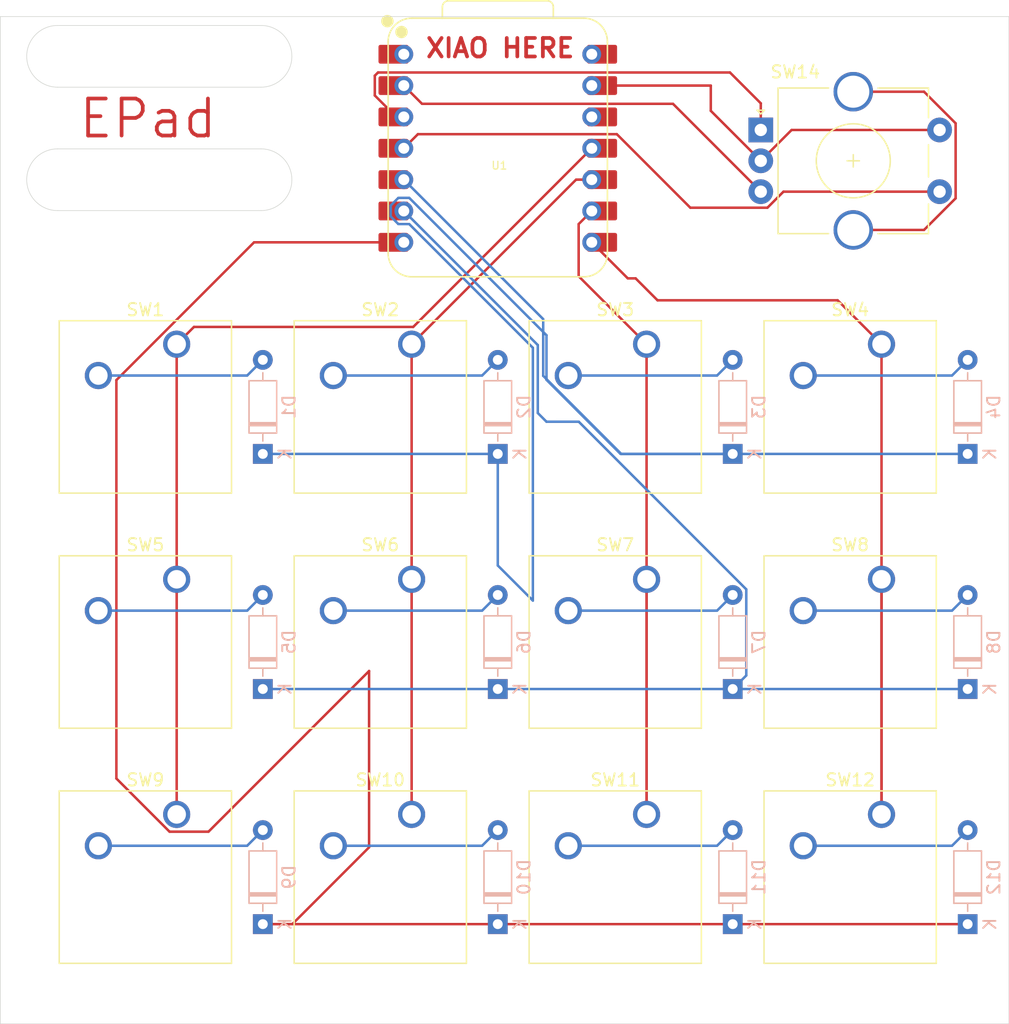
<source format=kicad_pcb>
(kicad_pcb (version 20240108) (generator "pcbnew") (generator_version "8.0")
  (layers (0 "F.Cu" signal) (31 "B.Cu" signal) (34 "B.Paste" user) (35 "F.Paste" user) (36 "B.SilkS" user "B.Silkscreen") (37 "F.SilkS" user "F.Silkscreen") (38 "B.Mask" user) (39 "F.Mask" user) (44 "Edge.Cuts" user))
  (net 0 "")
  (net 1 "Net-(D1-K)")
  (net 2 "Net-(D1-A)")
  (net 3 "Net-(D2-A)")
  (net 4 "Net-(D3-A)")
  (net 5 "Net-(D4-A)")
  (net 6 "Net-(D5-A)")
  (net 7 "Net-(D5-K)")
  (net 8 "Net-(D6-A)")
  (net 9 "Net-(D7-A)")
  (net 10 "Net-(D8-A)")
  (net 11 "Net-(D9-A)")
  (net 12 "Net-(D10-K)")
  (net 13 "Net-(D10-A)")
  (net 14 "Net-(D11-A)")
  (net 15 "Net-(D12-A)")
  (net 16 "Net-(U1-GPIO3{slash}MOSI)")
  (net 17 "Net-(U1-GPIO4{slash}MISO)")
  (net 18 "Net-(U1-GPIO2{slash}SCK)")
  (net 19 "Net-(U1-GPIO1{slash}RX)")
  (net 20 "Net-(U1-GPIO29{slash}ADC3{slash}A3)")
  (net 21 "GND")
  (net 22 "Net-(U1-GPIO28{slash}ADC2{slash}A2)")
  (net 23 "Net-(U1-GPIO27{slash}ADC1{slash}A1)")
  (net 24 "+3.3V")
  (net 25 "+5V")
  (net 27 "unconnected-(SW14-PadMP)")
  (footprint "Button_Switch_Keyboard:SW_Cherry_MX_1.00u_PCB" (layer "F.Cu") (at 257.81 87.376)
    (property "Reference" "SW8" (at -2.54 -2.794 0) (layer "F.SilkS"))
    (property "Value" "SW_Push")
    (fp_line (start -9.525 -1.905) (end 4.445 -1.905) (stroke (width 0.12)) (layer "F.SilkS"))
    (fp_line (start -9.525 12.065) (end -9.525 -1.905) (stroke (width 0.12)) (layer "F.SilkS"))
    (fp_line (start 4.445 -1.905) (end 4.445 12.065) (stroke (width 0.12)) (layer "F.SilkS"))
    (fp_line (start 4.445 12.065) (end -9.525 12.065) (stroke (width 0.12)) (layer "F.SilkS"))
    (pad "" np_thru_hole circle (at -7.62 5.08) (size 1.7 1.7) (drill 1.7) (layers "*.Cu" "*.Mask"))
    (pad "" np_thru_hole circle (at -2.54 5.08) (size 4 4) (drill 4) (layers "*.Cu" "*.Mask"))
    (pad "" np_thru_hole circle (at 2.54 5.08) (size 1.7 1.7) (drill 1.7) (layers "*.Cu" "*.Mask"))
    (pad "1" thru_hole circle (at 0 0) (size 2.2 2.2) (drill 1.5) (layers "*.Cu" "*.Mask") (net 19 "Net-(U1-GPIO1{slash}RX)"))
    (pad "2" thru_hole circle (at -6.35 2.54) (size 2.2 2.2) (drill 1.5) (layers "*.Cu" "*.Mask") (net 10 "Net-(D8-A)"))
  )
  (footprint "Rotary_Encoder:RotaryEncoder_Alps_EC11E-Switch_Vertical_H20mm_CircularMountingHoles" (layer "F.Cu") (at 248.02 50.967)
    (property "Reference" "SW14" (at 2.8 -4.7 0) (layer "F.SilkS"))
    (property "Value" "RotaryEncoder_Switch_MP")
    (fp_line (start -0.3 -1.6) (end 0.3 -1.6) (stroke (width 0.12)) (layer "F.SilkS"))
    (fp_line (start 0 -1.3) (end -0.3 -1.6) (stroke (width 0.12)) (layer "F.SilkS"))
    (fp_line (start 0.3 -1.6) (end 0 -1.3) (stroke (width 0.12)) (layer "F.SilkS"))
    (fp_line (start 1.4 -3.4) (end 1.4 8.4) (stroke (width 0.12)) (layer "F.SilkS"))
    (fp_line (start 5.5 -3.4) (end 1.4 -3.4) (stroke (width 0.12)) (layer "F.SilkS"))
    (fp_line (start 5.5 8.4) (end 1.4 8.4) (stroke (width 0.12)) (layer "F.SilkS"))
    (fp_line (start 7 2.5) (end 8 2.5) (stroke (width 0.12)) (layer "F.SilkS"))
    (fp_line (start 7.5 2) (end 7.5 3) (stroke (width 0.12)) (layer "F.SilkS"))
    (fp_line (start 9.5 -3.4) (end 13.6 -3.4) (stroke (width 0.12)) (layer "F.SilkS"))
    (fp_line (start 13.6 -3.4) (end 13.6 -1) (stroke (width 0.12)) (layer "F.SilkS"))
    (fp_line (start 13.6 1.2) (end 13.6 3.8) (stroke (width 0.12)) (layer "F.SilkS"))
    (fp_line (start 13.6 6) (end 13.6 8.4) (stroke (width 0.12)) (layer "F.SilkS"))
    (fp_line (start 13.6 8.4) (end 9.5 8.4) (stroke (width 0.12)) (layer "F.SilkS"))
    (fp_circle (center 7.5 2.5) (end 10.5 2.5) (stroke (width 0.12)) (fill none) (layer "F.SilkS"))
    (pad "A" thru_hole rect (at 0 0) (size 2 2) (drill 1) (layers "*.Cu" "*.Mask") (net 22 "Net-(U1-GPIO28{slash}ADC2{slash}A2)"))
    (pad "B" thru_hole circle (at 0 5) (size 2 2) (drill 1) (layers "*.Cu" "*.Mask") (net 23 "Net-(U1-GPIO27{slash}ADC1{slash}A1)"))
    (pad "C" thru_hole circle (at 0 2.5) (size 2 2) (drill 1) (layers "*.Cu" "*.Mask") (net 21 "GND"))
    (pad "MP" thru_hole circle (at 7.5 -3.1) (size 3.2 3.2) (drill 2.6) (layers "*.Cu" "*.Mask") (net 27 "unconnected-(SW14-PadMP)"))
    (pad "MP" thru_hole circle (at 7.5 8.1) (size 3.2 3.2) (drill 2.6) (layers "*.Cu" "*.Mask") (net 27 "unconnected-(SW14-PadMP)"))
    (pad "S1" thru_hole circle (at 14.5 5) (size 2 2) (drill 1) (layers "*.Cu" "*.Mask") (net 20 "Net-(U1-GPIO29{slash}ADC3{slash}A3)"))
    (pad "S2" thru_hole circle (at 14.5 0) (size 2 2) (drill 1) (layers "*.Cu" "*.Mask") (net 21 "GND"))
  )
  (footprint "Button_Switch_Keyboard:SW_Cherry_MX_1.00u_PCB" (layer "F.Cu") (at 219.71 68.326)
    (property "Reference" "SW2" (at -2.54 -2.794 0) (layer "F.SilkS"))
    (property "Value" "SW_Push")
    (fp_line (start -9.525 -1.905) (end 4.445 -1.905) (stroke (width 0.12)) (layer "F.SilkS"))
    (fp_line (start -9.525 12.065) (end -9.525 -1.905) (stroke (width 0.12)) (layer "F.SilkS"))
    (fp_line (start 4.445 -1.905) (end 4.445 12.065) (stroke (width 0.12)) (layer "F.SilkS"))
    (fp_line (start 4.445 12.065) (end -9.525 12.065) (stroke (width 0.12)) (layer "F.SilkS"))
    (pad "" np_thru_hole circle (at -7.62 5.08) (size 1.7 1.7) (drill 1.7) (layers "*.Cu" "*.Mask"))
    (pad "" np_thru_hole circle (at -2.54 5.08) (size 4 4) (drill 4) (layers "*.Cu" "*.Mask"))
    (pad "" np_thru_hole circle (at 2.54 5.08) (size 1.7 1.7) (drill 1.7) (layers "*.Cu" "*.Mask"))
    (pad "1" thru_hole circle (at 0 0) (size 2.2 2.2) (drill 1.5) (layers "*.Cu" "*.Mask") (net 17 "Net-(U1-GPIO4{slash}MISO)"))
    (pad "2" thru_hole circle (at -6.35 2.54) (size 2.2 2.2) (drill 1.5) (layers "*.Cu" "*.Mask") (net 3 "Net-(D2-A)"))
  )
  (footprint "Button_Switch_Keyboard:SW_Cherry_MX_1.00u_PCB" (layer "F.Cu") (at 200.66 87.376)
    (property "Reference" "SW5" (at -2.54 -2.794 0) (layer "F.SilkS"))
    (property "Value" "SW_Push")
    (fp_line (start -9.525 -1.905) (end 4.445 -1.905) (stroke (width 0.12)) (layer "F.SilkS"))
    (fp_line (start -9.525 12.065) (end -9.525 -1.905) (stroke (width 0.12)) (layer "F.SilkS"))
    (fp_line (start 4.445 -1.905) (end 4.445 12.065) (stroke (width 0.12)) (layer "F.SilkS"))
    (fp_line (start 4.445 12.065) (end -9.525 12.065) (stroke (width 0.12)) (layer "F.SilkS"))
    (pad "" np_thru_hole circle (at -7.62 5.08) (size 1.7 1.7) (drill 1.7) (layers "*.Cu" "*.Mask"))
    (pad "" np_thru_hole circle (at -2.54 5.08) (size 4 4) (drill 4) (layers "*.Cu" "*.Mask"))
    (pad "" np_thru_hole circle (at 2.54 5.08) (size 1.7 1.7) (drill 1.7) (layers "*.Cu" "*.Mask"))
    (pad "1" thru_hole circle (at 0 0) (size 2.2 2.2) (drill 1.5) (layers "*.Cu" "*.Mask") (net 16 "Net-(U1-GPIO3{slash}MOSI)"))
    (pad "2" thru_hole circle (at -6.35 2.54) (size 2.2 2.2) (drill 1.5) (layers "*.Cu" "*.Mask") (net 6 "Net-(D5-A)"))
  )
  (footprint "Button_Switch_Keyboard:SW_Cherry_MX_1.00u_PCB" (layer "F.Cu") (at 200.66 106.426)
    (property "Reference" "SW9" (at -2.54 -2.794 0) (layer "F.SilkS"))
    (property "Value" "SW_Push")
    (fp_line (start -9.525 -1.905) (end 4.445 -1.905) (stroke (width 0.12)) (layer "F.SilkS"))
    (fp_line (start -9.525 12.065) (end -9.525 -1.905) (stroke (width 0.12)) (layer "F.SilkS"))
    (fp_line (start 4.445 -1.905) (end 4.445 12.065) (stroke (width 0.12)) (layer "F.SilkS"))
    (fp_line (start 4.445 12.065) (end -9.525 12.065) (stroke (width 0.12)) (layer "F.SilkS"))
    (pad "" np_thru_hole circle (at -7.62 5.08) (size 1.7 1.7) (drill 1.7) (layers "*.Cu" "*.Mask"))
    (pad "" np_thru_hole circle (at -2.54 5.08) (size 4 4) (drill 4) (layers "*.Cu" "*.Mask"))
    (pad "" np_thru_hole circle (at 2.54 5.08) (size 1.7 1.7) (drill 1.7) (layers "*.Cu" "*.Mask"))
    (pad "1" thru_hole circle (at 0 0) (size 2.2 2.2) (drill 1.5) (layers "*.Cu" "*.Mask") (net 16 "Net-(U1-GPIO3{slash}MOSI)"))
    (pad "2" thru_hole circle (at -6.35 2.54) (size 2.2 2.2) (drill 1.5) (layers "*.Cu" "*.Mask") (net 11 "Net-(D9-A)"))
  )
  (footprint "Button_Switch_Keyboard:SW_Cherry_MX_1.00u_PCB" (layer "F.Cu") (at 200.66 68.326)
    (property "Reference" "SW1" (at -2.54 -2.794 0) (layer "F.SilkS"))
    (property "Value" "SW_Push")
    (fp_line (start -9.525 -1.905) (end 4.445 -1.905) (stroke (width 0.12)) (layer "F.SilkS"))
    (fp_line (start -9.525 12.065) (end -9.525 -1.905) (stroke (width 0.12)) (layer "F.SilkS"))
    (fp_line (start 4.445 -1.905) (end 4.445 12.065) (stroke (width 0.12)) (layer "F.SilkS"))
    (fp_line (start 4.445 12.065) (end -9.525 12.065) (stroke (width 0.12)) (layer "F.SilkS"))
    (pad "" np_thru_hole circle (at -7.62 5.08) (size 1.7 1.7) (drill 1.7) (layers "*.Cu" "*.Mask"))
    (pad "" np_thru_hole circle (at -2.54 5.08) (size 4 4) (drill 4) (layers "*.Cu" "*.Mask"))
    (pad "" np_thru_hole circle (at 2.54 5.08) (size 1.7 1.7) (drill 1.7) (layers "*.Cu" "*.Mask"))
    (pad "1" thru_hole circle (at 0 0) (size 2.2 2.2) (drill 1.5) (layers "*.Cu" "*.Mask") (net 16 "Net-(U1-GPIO3{slash}MOSI)"))
    (pad "2" thru_hole circle (at -6.35 2.54) (size 2.2 2.2) (drill 1.5) (layers "*.Cu" "*.Mask") (net 2 "Net-(D1-A)"))
  )
  (footprint "Button_Switch_Keyboard:SW_Cherry_MX_1.00u_PCB" (layer "F.Cu") (at 219.71 106.426)
    (property "Reference" "SW10" (at -2.54 -2.794 0) (layer "F.SilkS"))
    (property "Value" "SW_Push")
    (fp_line (start -9.525 -1.905) (end 4.445 -1.905) (stroke (width 0.12)) (layer "F.SilkS"))
    (fp_line (start -9.525 12.065) (end -9.525 -1.905) (stroke (width 0.12)) (layer "F.SilkS"))
    (fp_line (start 4.445 -1.905) (end 4.445 12.065) (stroke (width 0.12)) (layer "F.SilkS"))
    (fp_line (start 4.445 12.065) (end -9.525 12.065) (stroke (width 0.12)) (layer "F.SilkS"))
    (pad "" np_thru_hole circle (at -7.62 5.08) (size 1.7 1.7) (drill 1.7) (layers "*.Cu" "*.Mask"))
    (pad "" np_thru_hole circle (at -2.54 5.08) (size 4 4) (drill 4) (layers "*.Cu" "*.Mask"))
    (pad "" np_thru_hole circle (at 2.54 5.08) (size 1.7 1.7) (drill 1.7) (layers "*.Cu" "*.Mask"))
    (pad "1" thru_hole circle (at 0 0) (size 2.2 2.2) (drill 1.5) (layers "*.Cu" "*.Mask") (net 17 "Net-(U1-GPIO4{slash}MISO)"))
    (pad "2" thru_hole circle (at -6.35 2.54) (size 2.2 2.2) (drill 1.5) (layers "*.Cu" "*.Mask") (net 13 "Net-(D10-A)"))
  )
  (footprint "Button_Switch_Keyboard:SW_Cherry_MX_1.00u_PCB" (layer "F.Cu") (at 257.81 106.426)
    (property "Reference" "SW12" (at -2.54 -2.794 0) (layer "F.SilkS"))
    (property "Value" "SW_Push")
    (fp_line (start -9.525 -1.905) (end 4.445 -1.905) (stroke (width 0.12)) (layer "F.SilkS"))
    (fp_line (start -9.525 12.065) (end -9.525 -1.905) (stroke (width 0.12)) (layer "F.SilkS"))
    (fp_line (start 4.445 -1.905) (end 4.445 12.065) (stroke (width 0.12)) (layer "F.SilkS"))
    (fp_line (start 4.445 12.065) (end -9.525 12.065) (stroke (width 0.12)) (layer "F.SilkS"))
    (pad "" np_thru_hole circle (at -7.62 5.08) (size 1.7 1.7) (drill 1.7) (layers "*.Cu" "*.Mask"))
    (pad "" np_thru_hole circle (at -2.54 5.08) (size 4 4) (drill 4) (layers "*.Cu" "*.Mask"))
    (pad "" np_thru_hole circle (at 2.54 5.08) (size 1.7 1.7) (drill 1.7) (layers "*.Cu" "*.Mask"))
    (pad "1" thru_hole circle (at 0 0) (size 2.2 2.2) (drill 1.5) (layers "*.Cu" "*.Mask") (net 19 "Net-(U1-GPIO1{slash}RX)"))
    (pad "2" thru_hole circle (at -6.35 2.54) (size 2.2 2.2) (drill 1.5) (layers "*.Cu" "*.Mask") (net 15 "Net-(D12-A)"))
  )
  (footprint "Button_Switch_Keyboard:SW_Cherry_MX_1.00u_PCB" (layer "F.Cu") (at 238.76 87.376)
    (property "Reference" "SW7" (at -2.54 -2.794 0) (layer "F.SilkS"))
    (property "Value" "SW_Push")
    (fp_line (start -9.525 -1.905) (end 4.445 -1.905) (stroke (width 0.12)) (layer "F.SilkS"))
    (fp_line (start -9.525 12.065) (end -9.525 -1.905) (stroke (width 0.12)) (layer "F.SilkS"))
    (fp_line (start 4.445 -1.905) (end 4.445 12.065) (stroke (width 0.12)) (layer "F.SilkS"))
    (fp_line (start 4.445 12.065) (end -9.525 12.065) (stroke (width 0.12)) (layer "F.SilkS"))
    (pad "" np_thru_hole circle (at -7.62 5.08) (size 1.7 1.7) (drill 1.7) (layers "*.Cu" "*.Mask"))
    (pad "" np_thru_hole circle (at -2.54 5.08) (size 4 4) (drill 4) (layers "*.Cu" "*.Mask"))
    (pad "" np_thru_hole circle (at 2.54 5.08) (size 1.7 1.7) (drill 1.7) (layers "*.Cu" "*.Mask"))
    (pad "1" thru_hole circle (at 0 0) (size 2.2 2.2) (drill 1.5) (layers "*.Cu" "*.Mask") (net 18 "Net-(U1-GPIO2{slash}SCK)"))
    (pad "2" thru_hole circle (at -6.35 2.54) (size 2.2 2.2) (drill 1.5) (layers "*.Cu" "*.Mask") (net 9 "Net-(D7-A)"))
  )
  (footprint "Button_Switch_Keyboard:SW_Cherry_MX_1.00u_PCB" (layer "F.Cu") (at 238.76 106.426)
    (property "Reference" "SW11" (at -2.54 -2.794 0) (layer "F.SilkS"))
    (property "Value" "SW_Push")
    (fp_line (start -9.525 -1.905) (end 4.445 -1.905) (stroke (width 0.12)) (layer "F.SilkS"))
    (fp_line (start -9.525 12.065) (end -9.525 -1.905) (stroke (width 0.12)) (layer "F.SilkS"))
    (fp_line (start 4.445 -1.905) (end 4.445 12.065) (stroke (width 0.12)) (layer "F.SilkS"))
    (fp_line (start 4.445 12.065) (end -9.525 12.065) (stroke (width 0.12)) (layer "F.SilkS"))
    (pad "" np_thru_hole circle (at -7.62 5.08) (size 1.7 1.7) (drill 1.7) (layers "*.Cu" "*.Mask"))
    (pad "" np_thru_hole circle (at -2.54 5.08) (size 4 4) (drill 4) (layers "*.Cu" "*.Mask"))
    (pad "" np_thru_hole circle (at 2.54 5.08) (size 1.7 1.7) (drill 1.7) (layers "*.Cu" "*.Mask"))
    (pad "1" thru_hole circle (at 0 0) (size 2.2 2.2) (drill 1.5) (layers "*.Cu" "*.Mask") (net 18 "Net-(U1-GPIO2{slash}SCK)"))
    (pad "2" thru_hole circle (at -6.35 2.54) (size 2.2 2.2) (drill 1.5) (layers "*.Cu" "*.Mask") (net 14 "Net-(D11-A)"))
  )
  (footprint "Button_Switch_Keyboard:SW_Cherry_MX_1.00u_PCB" (layer "F.Cu") (at 257.81 68.326)
    (property "Reference" "SW4" (at -2.54 -2.794 0) (layer "F.SilkS"))
    (property "Value" "SW_Push")
    (fp_line (start -9.525 -1.905) (end 4.445 -1.905) (stroke (width 0.12)) (layer "F.SilkS"))
    (fp_line (start -9.525 12.065) (end -9.525 -1.905) (stroke (width 0.12)) (layer "F.SilkS"))
    (fp_line (start 4.445 -1.905) (end 4.445 12.065) (stroke (width 0.12)) (layer "F.SilkS"))
    (fp_line (start 4.445 12.065) (end -9.525 12.065) (stroke (width 0.12)) (layer "F.SilkS"))
    (pad "" np_thru_hole circle (at -7.62 5.08) (size 1.7 1.7) (drill 1.7) (layers "*.Cu" "*.Mask"))
    (pad "" np_thru_hole circle (at -2.54 5.08) (size 4 4) (drill 4) (layers "*.Cu" "*.Mask"))
    (pad "" np_thru_hole circle (at 2.54 5.08) (size 1.7 1.7) (drill 1.7) (layers "*.Cu" "*.Mask"))
    (pad "1" thru_hole circle (at 0 0) (size 2.2 2.2) (drill 1.5) (layers "*.Cu" "*.Mask") (net 19 "Net-(U1-GPIO1{slash}RX)"))
    (pad "2" thru_hole circle (at -6.35 2.54) (size 2.2 2.2) (drill 1.5) (layers "*.Cu" "*.Mask") (net 5 "Net-(D4-A)"))
  )
  (footprint "Button_Switch_Keyboard:SW_Cherry_MX_1.00u_PCB" (layer "F.Cu") (at 219.71 87.376)
    (property "Reference" "SW6" (at -2.54 -2.794 0) (layer "F.SilkS"))
    (property "Value" "SW_Push")
    (fp_line (start -9.525 -1.905) (end 4.445 -1.905) (stroke (width 0.12)) (layer "F.SilkS"))
    (fp_line (start -9.525 12.065) (end -9.525 -1.905) (stroke (width 0.12)) (layer "F.SilkS"))
    (fp_line (start 4.445 -1.905) (end 4.445 12.065) (stroke (width 0.12)) (layer "F.SilkS"))
    (fp_line (start 4.445 12.065) (end -9.525 12.065) (stroke (width 0.12)) (layer "F.SilkS"))
    (pad "" np_thru_hole circle (at -7.62 5.08) (size 1.7 1.7) (drill 1.7) (layers "*.Cu" "*.Mask"))
    (pad "" np_thru_hole circle (at -2.54 5.08) (size 4 4) (drill 4) (layers "*.Cu" "*.Mask"))
    (pad "" np_thru_hole circle (at 2.54 5.08) (size 1.7 1.7) (drill 1.7) (layers "*.Cu" "*.Mask"))
    (pad "1" thru_hole circle (at 0 0) (size 2.2 2.2) (drill 1.5) (layers "*.Cu" "*.Mask") (net 17 "Net-(U1-GPIO4{slash}MISO)"))
    (pad "2" thru_hole circle (at -6.35 2.54) (size 2.2 2.2) (drill 1.5) (layers "*.Cu" "*.Mask") (net 8 "Net-(D6-A)"))
  )
  (footprint "Button_Switch_Keyboard:SW_Cherry_MX_1.00u_PCB" (layer "F.Cu") (at 238.76 68.326)
    (property "Reference" "SW3" (at -2.54 -2.794 0) (layer "F.SilkS"))
    (property "Value" "SW_Push")
    (fp_line (start -9.525 -1.905) (end 4.445 -1.905) (stroke (width 0.12)) (layer "F.SilkS"))
    (fp_line (start -9.525 12.065) (end -9.525 -1.905) (stroke (width 0.12)) (layer "F.SilkS"))
    (fp_line (start 4.445 -1.905) (end 4.445 12.065) (stroke (width 0.12)) (layer "F.SilkS"))
    (fp_line (start 4.445 12.065) (end -9.525 12.065) (stroke (width 0.12)) (layer "F.SilkS"))
    (pad "" np_thru_hole circle (at -7.62 5.08) (size 1.7 1.7) (drill 1.7) (layers "*.Cu" "*.Mask"))
    (pad "" np_thru_hole circle (at -2.54 5.08) (size 4 4) (drill 4) (layers "*.Cu" "*.Mask"))
    (pad "" np_thru_hole circle (at 2.54 5.08) (size 1.7 1.7) (drill 1.7) (layers "*.Cu" "*.Mask"))
    (pad "1" thru_hole circle (at 0 0) (size 2.2 2.2) (drill 1.5) (layers "*.Cu" "*.Mask") (net 18 "Net-(U1-GPIO2{slash}SCK)"))
    (pad "2" thru_hole circle (at -6.35 2.54) (size 2.2 2.2) (drill 1.5) (layers "*.Cu" "*.Mask") (net 4 "Net-(D3-A)"))
  )
  (footprint "OPL:XIAO-RP2040-DIP" (layer "F.Cu") (at 226.695 52.451)
    (property "Reference" "U1" (at 0.127 1.397 0) (layer "F.SilkS") (effects (font (size 0.635 0.635) (thickness 0.1016))))
    (property "Value" "XIAO-RP2040-DIP")
    (fp_line (start -8.89 8.509) (end -8.89 -8.636) (stroke (width 0.127)) (layer "F.SilkS"))
    (fp_line (start -6.985 10.414) (end 6.985 10.414) (stroke (width 0.127)) (layer "F.SilkS"))
    (fp_line (start -4.495 -10.541) (end -4.491272 -11.451272) (stroke (width 0.127)) (layer "F.SilkS"))
    (fp_line (start -3.991272 -11.951) (end 4.004 -11.951) (stroke (width 0.127)) (layer "F.SilkS"))
    (fp_line (start 4.504 -11.451) (end 4.504 -10.541) (stroke (width 0.127)) (layer "F.SilkS"))
    (fp_line (start 6.985 -10.541) (end -6.985 -10.541) (stroke (width 0.1)) (layer "F.SilkS"))
    (fp_line (start 6.985 -10.541) (end -6.985 -10.541) (stroke (width 0.127)) (layer "F.SilkS"))
    (fp_line (start 8.89 8.509) (end 8.89 -8.636) (stroke (width 0.127)) (layer "F.SilkS"))
    (fp_arc (start -8.89 -8.636) (mid -8.332038 -9.983038) (end -6.985 -10.541) (stroke (width 0.127)) (layer "F.SilkS"))
    (fp_arc (start -6.985 10.414) (mid -8.332038 9.856038) (end -8.89 8.509) (stroke (width 0.127)) (layer "F.SilkS"))
    (fp_arc (start -4.491272 -11.451272) (mid -4.344724 -11.804644) (end -3.991272 -11.951) (stroke (width 0.127)) (layer "F.SilkS"))
    (fp_arc (start 4.004 -11.951) (mid 4.357553 -11.804553) (end 4.504 -11.451) (stroke (width 0.127)) (layer "F.SilkS"))
    (fp_arc (start 6.985 -10.541) (mid 8.332038 -9.983038) (end 8.89 -8.636) (stroke (width 0.127)) (layer "F.SilkS"))
    (fp_arc (start 8.89 8.509) (mid 8.332038 9.856038) (end 6.985 10.414) (stroke (width 0.127)) (layer "F.SilkS"))
    (fp_circle (center -8.95 -10.3) (end -8.95 -10.554) (stroke (width 0.5)) (fill solid) (layer "F.SilkS"))
    (fp_circle (center -7.807 -9.42) (end -7.807 -9.674) (stroke (width 0.5)) (fill solid) (layer "F.SilkS"))
    (pad "1" smd roundrect (at -8.455 -7.62 180) (size 2.432 1.524) (layers "F.Cu" "F.Mask") (roundrect_rratio 0.1))
    (pad "1" thru_hole circle (at -7.62 -7.62 180) (size 1.524 1.524) (drill 0.889) (layers "*.Cu" "*.Mask"))
    (pad "2" smd roundrect (at -8.455 -5.08 180) (size 2.432 1.524) (layers "F.Cu" "F.Mask") (roundrect_rratio 0.1) (net 23 "Net-(U1-GPIO27{slash}ADC1{slash}A1)"))
    (pad "2" thru_hole circle (at -7.62 -5.08 180) (size 1.524 1.524) (drill 0.889) (layers "*.Cu" "*.Mask") (net 23 "Net-(U1-GPIO27{slash}ADC1{slash}A1)"))
    (pad "3" smd roundrect (at -8.455 -2.54 180) (size 2.432 1.524) (layers "F.Cu" "F.Mask") (roundrect_rratio 0.1) (net 22 "Net-(U1-GPIO28{slash}ADC2{slash}A2)"))
    (pad "3" thru_hole circle (at -7.62 -2.54 180) (size 1.524 1.524) (drill 0.889) (layers "*.Cu" "*.Mask") (net 22 "Net-(U1-GPIO28{slash}ADC2{slash}A2)"))
    (pad "4" smd roundrect (at -8.455 0 180) (size 2.432 1.524) (layers "F.Cu" "F.Mask") (roundrect_rratio 0.1) (net 20 "Net-(U1-GPIO29{slash}ADC3{slash}A3)"))
    (pad "4" thru_hole circle (at -7.62 0 180) (size 1.524 1.524) (drill 0.889) (layers "*.Cu" "*.Mask") (net 20 "Net-(U1-GPIO29{slash}ADC3{slash}A3)"))
    (pad "5" smd roundrect (at -8.455 2.54 180) (size 2.432 1.524) (layers "F.Cu" "F.Mask") (roundrect_rratio 0.1) (net 1 "Net-(D1-K)"))
    (pad "5" thru_hole circle (at -7.62 2.54 180) (size 1.524 1.524) (drill 0.889) (layers "*.Cu" "*.Mask") (net 1 "Net-(D1-K)"))
    (pad "6" smd roundrect (at -8.455 5.08 180) (size 2.432 1.524) (layers "F.Cu" "F.Mask") (roundrect_rratio 0.1) (net 7 "Net-(D5-K)"))
    (pad "6" thru_hole circle (at -7.62 5.08 180) (size 1.524 1.524) (drill 0.889) (layers "*.Cu" "*.Mask") (net 7 "Net-(D5-K)"))
    (pad "7" smd roundrect (at -8.455 7.62 180) (size 2.432 1.524) (layers "F.Cu" "F.Mask") (roundrect_rratio 0.1) (net 12 "Net-(D10-K)"))
    (pad "7" thru_hole circle (at -7.62 7.62 180) (size 1.524 1.524) (drill 0.889) (layers "*.Cu" "*.Mask") (net 12 "Net-(D10-K)"))
    (pad "8" thru_hole circle (at 7.62 7.62) (size 1.524 1.524) (drill 0.889) (layers "*.Cu" "*.Mask") (net 19 "Net-(U1-GPIO1{slash}RX)"))
    (pad "8" smd roundrect (at 8.455 7.62) (size 2.432 1.524) (layers "F.Cu" "F.Mask") (roundrect_rratio 0.1) (net 19 "Net-(U1-GPIO1{slash}RX)"))
    (pad "9" thru_hole circle (at 7.62 5.08) (size 1.524 1.524) (drill 0.889) (layers "*.Cu" "*.Mask") (net 18 "Net-(U1-GPIO2{slash}SCK)"))
    (pad "9" smd roundrect (at 8.455 5.08) (size 2.432 1.524) (layers "F.Cu" "F.Mask") (roundrect_rratio 0.1) (net 18 "Net-(U1-GPIO2{slash}SCK)"))
    (pad "10" thru_hole circle (at 7.62 2.54) (size 1.524 1.524) (drill 0.889) (layers "*.Cu" "*.Mask") (net 17 "Net-(U1-GPIO4{slash}MISO)"))
    (pad "10" smd roundrect (at 8.455 2.54) (size 2.432 1.524) (layers "F.Cu" "F.Mask") (roundrect_rratio 0.1) (net 17 "Net-(U1-GPIO4{slash}MISO)"))
    (pad "11" thru_hole circle (at 7.62 0) (size 1.524 1.524) (drill 0.889) (layers "*.Cu" "*.Mask") (net 16 "Net-(U1-GPIO3{slash}MOSI)"))
    (pad "11" smd roundrect (at 8.455 0) (size 2.432 1.524) (layers "F.Cu" "F.Mask") (roundrect_rratio 0.1) (net 16 "Net-(U1-GPIO3{slash}MOSI)"))
    (pad "12" thru_hole circle (at 7.62 -2.54) (size 1.524 1.524) (drill 0.889) (layers "*.Cu" "*.Mask") (net 24 "+3.3V"))
    (pad "12" smd roundrect (at 8.455 -2.54) (size 2.432 1.524) (layers "F.Cu" "F.Mask") (roundrect_rratio 0.1) (net 24 "+3.3V"))
    (pad "13" thru_hole circle (at 7.62 -5.08) (size 1.524 1.524) (drill 0.889) (layers "*.Cu" "*.Mask") (net 21 "GND"))
    (pad "13" smd roundrect (at 8.455 -5.08) (size 2.432 1.524) (layers "F.Cu" "F.Mask") (roundrect_rratio 0.1) (net 21 "GND"))
    (pad "14" thru_hole circle (at 7.62 -7.62) (size 1.524 1.524) (drill 0.889) (layers "*.Cu" "*.Mask") (net 25 "+5V"))
    (pad "14" smd roundrect (at 8.455 -7.62) (size 2.432 1.524) (layers "F.Cu" "F.Mask") (roundrect_rratio 0.1) (net 25 "+5V"))
  )
  (footprint "Diode_THT:D_DO-35_SOD27_P7.62mm_Horizontal" (layer "B.Cu") (at 226.695 115.316 90)
    (property "Reference" "D10" (at 3.81 2.12 90) (layer "B.SilkS") (effects (justify mirror)))
    (property "Value" "D")
    (fp_line (start 5.93 -1.12) (end 1.69 -1.12) (stroke (width 0.12)) (layer "B.SilkS"))
    (fp_line (start 2.53 -1.12) (end 2.53 1.12) (stroke (width 0.12)) (layer "B.SilkS"))
    (fp_line (start 2.41 -1.12) (end 2.41 1.12) (stroke (width 0.12)) (layer "B.SilkS"))
    (fp_line (start 2.29 -1.12) (end 2.29 1.12) (stroke (width 0.12)) (layer "B.SilkS"))
    (fp_line (start 1.69 -1.12) (end 1.69 1.12) (stroke (width 0.12)) (layer "B.SilkS"))
    (fp_line (start 5.93 0) (end 6.58 0) (stroke (width 0.12)) (layer "B.SilkS"))
    (fp_line (start 1.69 0) (end 1.04 0) (stroke (width 0.12)) (layer "B.SilkS"))
    (fp_line (start 5.93 1.12) (end 5.93 -1.12) (stroke (width 0.12)) (layer "B.SilkS"))
    (fp_line (start 1.69 1.12) (end 5.93 1.12) (stroke (width 0.12)) (layer "B.SilkS"))
    (fp_text user "K" (at 0 1.8 90) (layer "B.SilkS") (effects (justify mirror)))
    (pad "1" thru_hole rect (at 0 0 90) (size 1.6 1.6) (drill 0.8) (layers "*.Cu" "*.Mask") (net 12 "Net-(D10-K)"))
    (pad "2" thru_hole oval (at 7.62 0 90) (size 1.6 1.6) (drill 0.8) (layers "*.Cu" "*.Mask") (net 13 "Net-(D10-A)"))
  )
  (footprint "Diode_THT:D_DO-35_SOD27_P7.62mm_Horizontal" (layer "B.Cu") (at 226.695 96.266 90)
    (property "Reference" "D6" (at 3.81 2.12 90) (layer "B.SilkS") (effects (justify mirror)))
    (property "Value" "D")
    (fp_line (start 5.93 -1.12) (end 1.69 -1.12) (stroke (width 0.12)) (layer "B.SilkS"))
    (fp_line (start 2.53 -1.12) (end 2.53 1.12) (stroke (width 0.12)) (layer "B.SilkS"))
    (fp_line (start 2.41 -1.12) (end 2.41 1.12) (stroke (width 0.12)) (layer "B.SilkS"))
    (fp_line (start 2.29 -1.12) (end 2.29 1.12) (stroke (width 0.12)) (layer "B.SilkS"))
    (fp_line (start 1.69 -1.12) (end 1.69 1.12) (stroke (width 0.12)) (layer "B.SilkS"))
    (fp_line (start 5.93 0) (end 6.58 0) (stroke (width 0.12)) (layer "B.SilkS"))
    (fp_line (start 1.69 0) (end 1.04 0) (stroke (width 0.12)) (layer "B.SilkS"))
    (fp_line (start 5.93 1.12) (end 5.93 -1.12) (stroke (width 0.12)) (layer "B.SilkS"))
    (fp_line (start 1.69 1.12) (end 5.93 1.12) (stroke (width 0.12)) (layer "B.SilkS"))
    (fp_text user "K" (at 0 1.8 90) (layer "B.SilkS") (effects (justify mirror)))
    (pad "1" thru_hole rect (at 0 0 90) (size 1.6 1.6) (drill 0.8) (layers "*.Cu" "*.Mask") (net 7 "Net-(D5-K)"))
    (pad "2" thru_hole oval (at 7.62 0 90) (size 1.6 1.6) (drill 0.8) (layers "*.Cu" "*.Mask") (net 8 "Net-(D6-A)"))
  )
  (footprint "Diode_THT:D_DO-35_SOD27_P7.62mm_Horizontal" (layer "B.Cu") (at 264.795 77.216 90)
    (property "Reference" "D4" (at 3.81 2.12 90) (layer "B.SilkS") (effects (justify mirror)))
    (property "Value" "D")
    (fp_line (start 5.93 -1.12) (end 1.69 -1.12) (stroke (width 0.12)) (layer "B.SilkS"))
    (fp_line (start 2.53 -1.12) (end 2.53 1.12) (stroke (width 0.12)) (layer "B.SilkS"))
    (fp_line (start 2.41 -1.12) (end 2.41 1.12) (stroke (width 0.12)) (layer "B.SilkS"))
    (fp_line (start 2.29 -1.12) (end 2.29 1.12) (stroke (width 0.12)) (layer "B.SilkS"))
    (fp_line (start 1.69 -1.12) (end 1.69 1.12) (stroke (width 0.12)) (layer "B.SilkS"))
    (fp_line (start 5.93 0) (end 6.58 0) (stroke (width 0.12)) (layer "B.SilkS"))
    (fp_line (start 1.69 0) (end 1.04 0) (stroke (width 0.12)) (layer "B.SilkS"))
    (fp_line (start 5.93 1.12) (end 5.93 -1.12) (stroke (width 0.12)) (layer "B.SilkS"))
    (fp_line (start 1.69 1.12) (end 5.93 1.12) (stroke (width 0.12)) (layer "B.SilkS"))
    (fp_text user "K" (at 0 1.8 90) (layer "B.SilkS") (effects (justify mirror)))
    (pad "1" thru_hole rect (at 0 0 90) (size 1.6 1.6) (drill 0.8) (layers "*.Cu" "*.Mask") (net 1 "Net-(D1-K)"))
    (pad "2" thru_hole oval (at 7.62 0 90) (size 1.6 1.6) (drill 0.8) (layers "*.Cu" "*.Mask") (net 5 "Net-(D4-A)"))
  )
  (footprint "Diode_THT:D_DO-35_SOD27_P7.62mm_Horizontal" (layer "B.Cu") (at 207.645 115.316 90)
    (property "Reference" "D9" (at 3.81 2.12 90) (layer "B.SilkS") (effects (justify mirror)))
    (property "Value" "D")
    (fp_line (start 5.93 -1.12) (end 1.69 -1.12) (stroke (width 0.12)) (layer "B.SilkS"))
    (fp_line (start 2.53 -1.12) (end 2.53 1.12) (stroke (width 0.12)) (layer "B.SilkS"))
    (fp_line (start 2.41 -1.12) (end 2.41 1.12) (stroke (width 0.12)) (layer "B.SilkS"))
    (fp_line (start 2.29 -1.12) (end 2.29 1.12) (stroke (width 0.12)) (layer "B.SilkS"))
    (fp_line (start 1.69 -1.12) (end 1.69 1.12) (stroke (width 0.12)) (layer "B.SilkS"))
    (fp_line (start 5.93 0) (end 6.58 0) (stroke (width 0.12)) (layer "B.SilkS"))
    (fp_line (start 1.69 0) (end 1.04 0) (stroke (width 0.12)) (layer "B.SilkS"))
    (fp_line (start 5.93 1.12) (end 5.93 -1.12) (stroke (width 0.12)) (layer "B.SilkS"))
    (fp_line (start 1.69 1.12) (end 5.93 1.12) (stroke (width 0.12)) (layer "B.SilkS"))
    (fp_text user "K" (at 0 1.8 90) (layer "B.SilkS") (effects (justify mirror)))
    (pad "1" thru_hole rect (at 0 0 90) (size 1.6 1.6) (drill 0.8) (layers "*.Cu" "*.Mask") (net 12 "Net-(D10-K)"))
    (pad "2" thru_hole oval (at 7.62 0 90) (size 1.6 1.6) (drill 0.8) (layers "*.Cu" "*.Mask") (net 11 "Net-(D9-A)"))
  )
  (footprint "Diode_THT:D_DO-35_SOD27_P7.62mm_Horizontal" (layer "B.Cu") (at 245.745 96.266 90)
    (property "Reference" "D7" (at 3.81 2.12 90) (layer "B.SilkS") (effects (justify mirror)))
    (property "Value" "D")
    (fp_line (start 5.93 -1.12) (end 1.69 -1.12) (stroke (width 0.12)) (layer "B.SilkS"))
    (fp_line (start 2.53 -1.12) (end 2.53 1.12) (stroke (width 0.12)) (layer "B.SilkS"))
    (fp_line (start 2.41 -1.12) (end 2.41 1.12) (stroke (width 0.12)) (layer "B.SilkS"))
    (fp_line (start 2.29 -1.12) (end 2.29 1.12) (stroke (width 0.12)) (layer "B.SilkS"))
    (fp_line (start 1.69 -1.12) (end 1.69 1.12) (stroke (width 0.12)) (layer "B.SilkS"))
    (fp_line (start 5.93 0) (end 6.58 0) (stroke (width 0.12)) (layer "B.SilkS"))
    (fp_line (start 1.69 0) (end 1.04 0) (stroke (width 0.12)) (layer "B.SilkS"))
    (fp_line (start 5.93 1.12) (end 5.93 -1.12) (stroke (width 0.12)) (layer "B.SilkS"))
    (fp_line (start 1.69 1.12) (end 5.93 1.12) (stroke (width 0.12)) (layer "B.SilkS"))
    (fp_text user "K" (at 0 1.8 90) (layer "B.SilkS") (effects (justify mirror)))
    (pad "1" thru_hole rect (at 0 0 90) (size 1.6 1.6) (drill 0.8) (layers "*.Cu" "*.Mask") (net 7 "Net-(D5-K)"))
    (pad "2" thru_hole oval (at 7.62 0 90) (size 1.6 1.6) (drill 0.8) (layers "*.Cu" "*.Mask") (net 9 "Net-(D7-A)"))
  )
  (footprint "Diode_THT:D_DO-35_SOD27_P7.62mm_Horizontal" (layer "B.Cu") (at 226.695 77.216 90)
    (property "Reference" "D2" (at 3.81 2.12 90) (layer "B.SilkS") (effects (justify mirror)))
    (property "Value" "D")
    (fp_line (start 5.93 -1.12) (end 1.69 -1.12) (stroke (width 0.12)) (layer "B.SilkS"))
    (fp_line (start 2.53 -1.12) (end 2.53 1.12) (stroke (width 0.12)) (layer "B.SilkS"))
    (fp_line (start 2.41 -1.12) (end 2.41 1.12) (stroke (width 0.12)) (layer "B.SilkS"))
    (fp_line (start 2.29 -1.12) (end 2.29 1.12) (stroke (width 0.12)) (layer "B.SilkS"))
    (fp_line (start 1.69 -1.12) (end 1.69 1.12) (stroke (width 0.12)) (layer "B.SilkS"))
    (fp_line (start 5.93 0) (end 6.58 0) (stroke (width 0.12)) (layer "B.SilkS"))
    (fp_line (start 1.69 0) (end 1.04 0) (stroke (width 0.12)) (layer "B.SilkS"))
    (fp_line (start 5.93 1.12) (end 5.93 -1.12) (stroke (width 0.12)) (layer "B.SilkS"))
    (fp_line (start 1.69 1.12) (end 5.93 1.12) (stroke (width 0.12)) (layer "B.SilkS"))
    (fp_text user "K" (at 0 1.8 90) (layer "B.SilkS") (effects (justify mirror)))
    (pad "1" thru_hole rect (at 0 0 90) (size 1.6 1.6) (drill 0.8) (layers "*.Cu" "*.Mask") (net 1 "Net-(D1-K)"))
    (pad "2" thru_hole oval (at 7.62 0 90) (size 1.6 1.6) (drill 0.8) (layers "*.Cu" "*.Mask") (net 3 "Net-(D2-A)"))
  )
  (footprint "Diode_THT:D_DO-35_SOD27_P7.62mm_Horizontal" (layer "B.Cu") (at 207.645 96.266 90)
    (property "Reference" "D5" (at 3.81 2.12 90) (layer "B.SilkS") (effects (justify mirror)))
    (property "Value" "D")
    (fp_line (start 5.93 -1.12) (end 1.69 -1.12) (stroke (width 0.12)) (layer "B.SilkS"))
    (fp_line (start 2.53 -1.12) (end 2.53 1.12) (stroke (width 0.12)) (layer "B.SilkS"))
    (fp_line (start 2.41 -1.12) (end 2.41 1.12) (stroke (width 0.12)) (layer "B.SilkS"))
    (fp_line (start 2.29 -1.12) (end 2.29 1.12) (stroke (width 0.12)) (layer "B.SilkS"))
    (fp_line (start 1.69 -1.12) (end 1.69 1.12) (stroke (width 0.12)) (layer "B.SilkS"))
    (fp_line (start 5.93 0) (end 6.58 0) (stroke (width 0.12)) (layer "B.SilkS"))
    (fp_line (start 1.69 0) (end 1.04 0) (stroke (width 0.12)) (layer "B.SilkS"))
    (fp_line (start 5.93 1.12) (end 5.93 -1.12) (stroke (width 0.12)) (layer "B.SilkS"))
    (fp_line (start 1.69 1.12) (end 5.93 1.12) (stroke (width 0.12)) (layer "B.SilkS"))
    (fp_text user "K" (at 0 1.8 90) (layer "B.SilkS") (effects (justify mirror)))
    (pad "1" thru_hole rect (at 0 0 90) (size 1.6 1.6) (drill 0.8) (layers "*.Cu" "*.Mask") (net 7 "Net-(D5-K)"))
    (pad "2" thru_hole oval (at 7.62 0 90) (size 1.6 1.6) (drill 0.8) (layers "*.Cu" "*.Mask") (net 6 "Net-(D5-A)"))
  )
  (footprint "Diode_THT:D_DO-35_SOD27_P7.62mm_Horizontal" (layer "B.Cu") (at 245.745 77.216 90)
    (property "Reference" "D3" (at 3.81 2.12 90) (layer "B.SilkS") (effects (justify mirror)))
    (property "Value" "D")
    (fp_line (start 5.93 -1.12) (end 1.69 -1.12) (stroke (width 0.12)) (layer "B.SilkS"))
    (fp_line (start 2.53 -1.12) (end 2.53 1.12) (stroke (width 0.12)) (layer "B.SilkS"))
    (fp_line (start 2.41 -1.12) (end 2.41 1.12) (stroke (width 0.12)) (layer "B.SilkS"))
    (fp_line (start 2.29 -1.12) (end 2.29 1.12) (stroke (width 0.12)) (layer "B.SilkS"))
    (fp_line (start 1.69 -1.12) (end 1.69 1.12) (stroke (width 0.12)) (layer "B.SilkS"))
    (fp_line (start 5.93 0) (end 6.58 0) (stroke (width 0.12)) (layer "B.SilkS"))
    (fp_line (start 1.69 0) (end 1.04 0) (stroke (width 0.12)) (layer "B.SilkS"))
    (fp_line (start 5.93 1.12) (end 5.93 -1.12) (stroke (width 0.12)) (layer "B.SilkS"))
    (fp_line (start 1.69 1.12) (end 5.93 1.12) (stroke (width 0.12)) (layer "B.SilkS"))
    (fp_text user "K" (at 0 1.8 90) (layer "B.SilkS") (effects (justify mirror)))
    (pad "1" thru_hole rect (at 0 0 90) (size 1.6 1.6) (drill 0.8) (layers "*.Cu" "*.Mask") (net 1 "Net-(D1-K)"))
    (pad "2" thru_hole oval (at 7.62 0 90) (size 1.6 1.6) (drill 0.8) (layers "*.Cu" "*.Mask") (net 4 "Net-(D3-A)"))
  )
  (footprint "Diode_THT:D_DO-35_SOD27_P7.62mm_Horizontal" (layer "B.Cu") (at 264.795 115.316 90)
    (property "Reference" "D12" (at 3.81 2.12 90) (layer "B.SilkS") (effects (justify mirror)))
    (property "Value" "D")
    (fp_line (start 5.93 -1.12) (end 1.69 -1.12) (stroke (width 0.12)) (layer "B.SilkS"))
    (fp_line (start 2.53 -1.12) (end 2.53 1.12) (stroke (width 0.12)) (layer "B.SilkS"))
    (fp_line (start 2.41 -1.12) (end 2.41 1.12) (stroke (width 0.12)) (layer "B.SilkS"))
    (fp_line (start 2.29 -1.12) (end 2.29 1.12) (stroke (width 0.12)) (layer "B.SilkS"))
    (fp_line (start 1.69 -1.12) (end 1.69 1.12) (stroke (width 0.12)) (layer "B.SilkS"))
    (fp_line (start 5.93 0) (end 6.58 0) (stroke (width 0.12)) (layer "B.SilkS"))
    (fp_line (start 1.69 0) (end 1.04 0) (stroke (width 0.12)) (layer "B.SilkS"))
    (fp_line (start 5.93 1.12) (end 5.93 -1.12) (stroke (width 0.12)) (layer "B.SilkS"))
    (fp_line (start 1.69 1.12) (end 5.93 1.12) (stroke (width 0.12)) (layer "B.SilkS"))
    (fp_text user "K" (at 0 1.8 90) (layer "B.SilkS") (effects (justify mirror)))
    (pad "1" thru_hole rect (at 0 0 90) (size 1.6 1.6) (drill 0.8) (layers "*.Cu" "*.Mask") (net 12 "Net-(D10-K)"))
    (pad "2" thru_hole oval (at 7.62 0 90) (size 1.6 1.6) (drill 0.8) (layers "*.Cu" "*.Mask") (net 15 "Net-(D12-A)"))
  )
  (footprint "Diode_THT:D_DO-35_SOD27_P7.62mm_Horizontal" (layer "B.Cu") (at 207.645 77.216 90)
    (property "Reference" "D1" (at 3.81 2.12 90) (layer "B.SilkS") (effects (justify mirror)))
    (property "Value" "D")
    (fp_line (start 5.93 -1.12) (end 1.69 -1.12) (stroke (width 0.12)) (layer "B.SilkS"))
    (fp_line (start 2.53 -1.12) (end 2.53 1.12) (stroke (width 0.12)) (layer "B.SilkS"))
    (fp_line (start 2.41 -1.12) (end 2.41 1.12) (stroke (width 0.12)) (layer "B.SilkS"))
    (fp_line (start 2.29 -1.12) (end 2.29 1.12) (stroke (width 0.12)) (layer "B.SilkS"))
    (fp_line (start 1.69 -1.12) (end 1.69 1.12) (stroke (width 0.12)) (layer "B.SilkS"))
    (fp_line (start 5.93 0) (end 6.58 0) (stroke (width 0.12)) (layer "B.SilkS"))
    (fp_line (start 1.69 0) (end 1.04 0) (stroke (width 0.12)) (layer "B.SilkS"))
    (fp_line (start 5.93 1.12) (end 5.93 -1.12) (stroke (width 0.12)) (layer "B.SilkS"))
    (fp_line (start 1.69 1.12) (end 5.93 1.12) (stroke (width 0.12)) (layer "B.SilkS"))
    (fp_text user "K" (at 0 1.8 90) (layer "B.SilkS") (effects (justify mirror)))
    (pad "1" thru_hole rect (at 0 0 90) (size 1.6 1.6) (drill 0.8) (layers "*.Cu" "*.Mask") (net 1 "Net-(D1-K)"))
    (pad "2" thru_hole oval (at 7.62 0 90) (size 1.6 1.6) (drill 0.8) (layers "*.Cu" "*.Mask") (net 2 "Net-(D1-A)"))
  )
  (footprint "Diode_THT:D_DO-35_SOD27_P7.62mm_Horizontal" (layer "B.Cu") (at 264.795 96.266 90)
    (property "Reference" "D8" (at 3.81 2.12 90) (layer "B.SilkS") (effects (justify mirror)))
    (property "Value" "D")
    (fp_line (start 5.93 -1.12) (end 1.69 -1.12) (stroke (width 0.12)) (layer "B.SilkS"))
    (fp_line (start 2.53 -1.12) (end 2.53 1.12) (stroke (width 0.12)) (layer "B.SilkS"))
    (fp_line (start 2.41 -1.12) (end 2.41 1.12) (stroke (width 0.12)) (layer "B.SilkS"))
    (fp_line (start 2.29 -1.12) (end 2.29 1.12) (stroke (width 0.12)) (layer "B.SilkS"))
    (fp_line (start 1.69 -1.12) (end 1.69 1.12) (stroke (width 0.12)) (layer "B.SilkS"))
    (fp_line (start 5.93 0) (end 6.58 0) (stroke (width 0.12)) (layer "B.SilkS"))
    (fp_line (start 1.69 0) (end 1.04 0) (stroke (width 0.12)) (layer "B.SilkS"))
    (fp_line (start 5.93 1.12) (end 5.93 -1.12) (stroke (width 0.12)) (layer "B.SilkS"))
    (fp_line (start 1.69 1.12) (end 5.93 1.12) (stroke (width 0.12)) (layer "B.SilkS"))
    (fp_text user "K" (at 0 1.8 90) (layer "B.SilkS") (effects (justify mirror)))
    (pad "1" thru_hole rect (at 0 0 90) (size 1.6 1.6) (drill 0.8) (layers "*.Cu" "*.Mask") (net 7 "Net-(D5-K)"))
    (pad "2" thru_hole oval (at 7.62 0 90) (size 1.6 1.6) (drill 0.8) (layers "*.Cu" "*.Mask") (net 10 "Net-(D8-A)"))
  )
  (footprint "Diode_THT:D_DO-35_SOD27_P7.62mm_Horizontal" (layer "B.Cu") (at 245.745 115.316 90)
    (property "Reference" "D11" (at 3.81 2.12 90) (layer "B.SilkS") (effects (justify mirror)))
    (property "Value" "D")
    (fp_line (start 5.93 -1.12) (end 1.69 -1.12) (stroke (width 0.12)) (layer "B.SilkS"))
    (fp_line (start 2.53 -1.12) (end 2.53 1.12) (stroke (width 0.12)) (layer "B.SilkS"))
    (fp_line (start 2.41 -1.12) (end 2.41 1.12) (stroke (width 0.12)) (layer "B.SilkS"))
    (fp_line (start 2.29 -1.12) (end 2.29 1.12) (stroke (width 0.12)) (layer "B.SilkS"))
    (fp_line (start 1.69 -1.12) (end 1.69 1.12) (stroke (width 0.12)) (layer "B.SilkS"))
    (fp_line (start 5.93 0) (end 6.58 0) (stroke (width 0.12)) (layer "B.SilkS"))
    (fp_line (start 1.69 0) (end 1.04 0) (stroke (width 0.12)) (layer "B.SilkS"))
    (fp_line (start 5.93 1.12) (end 5.93 -1.12) (stroke (width 0.12)) (layer "B.SilkS"))
    (fp_line (start 1.69 1.12) (end 5.93 1.12) (stroke (width 0.12)) (layer "B.SilkS"))
    (fp_text user "K" (at 0 1.8 90) (layer "B.SilkS") (effects (justify mirror)))
    (pad "1" thru_hole rect (at 0 0 90) (size 1.6 1.6) (drill 0.8) (layers "*.Cu" "*.Mask") (net 12 "Net-(D10-K)"))
    (pad "2" thru_hole oval (at 7.62 0 90) (size 1.6 1.6) (drill 0.8) (layers "*.Cu" "*.Mask") (net 14 "Net-(D11-A)"))
  )
  (gr_line (start 191 57.5) (end 207.5 57.5) (stroke (width 0.05)) (layer "Edge.Cuts"))
  (gr_line (start 191 52.5) (end 207.5 52.5) (stroke (width 0.05)) (layer "Edge.Cuts"))
  (gr_arc (start 207.5 52.5) (mid 210 55) (end 207.5 57.5) (stroke (width 0.05)) (layer "Edge.Cuts"))
  (gr_rect (start 186.3584 41.778) (end 268.14 123.396) (stroke (width 0.05)) (fill none) (layer "Edge.Cuts"))
  (gr_arc (start 191 47.5) (mid 188.5 45) (end 191 42.5) (stroke (width 0.05)) (layer "Edge.Cuts"))
  (gr_line (start 191 47.5) (end 207.5 47.5) (stroke (width 0.05)) (layer "Edge.Cuts"))
  (gr_line (start 191 42.5) (end 207.5 42.5) (stroke (width 0.05)) (layer "Edge.Cuts"))
  (gr_arc (start 191 57.5) (mid 188.5 55) (end 191 52.5) (stroke (width 0.05)) (layer "Edge.Cuts"))
  (gr_arc (start 207.5 42.5) (mid 210 45) (end 207.5 47.5) (stroke (width 0.05)) (layer "Edge.Cuts"))
  (gr_text "XIAO HERE" (at 220.726 45.212 0) (layer "F.Cu") (effects (font (size 1.5 1.5) (thickness 0.3) (bold yes)) (justify left bottom)))
  (gr_text "EPad" (at 192.567057 51.801655 0) (layer "F.Cu") (effects (font (size 3 3) (thickness 0.3) (bold yes)) (justify left bottom)))
  (segment (start 245.745 77.216) (end 236.706598 77.216) (width 0.2) (layer "B.Cu") (net 1))
  (segment (start 229.54 89.099402) (end 229.54 68.618105) (width 0.2) (layer "B.Cu") (net 1))
  (segment (start 207.645 77.216) (end 226.695 77.216) (width 0.2) (layer "B.Cu") (net 1))
  (segment (start 218.635105 58.593) (end 218.013 57.970895) (width 0.2) (layer "B.Cu") (net 1))
  (segment (start 219.514895 58.593) (end 218.635105 58.593) (width 0.2) (layer "B.Cu") (net 1))
  (segment (start 226.695 86.254402) (end 229.54 89.099402) (width 0.2) (layer "B.Cu") (net 1))
  (segment (start 230.378 66.294) (end 219.075 54.991) (width 0.2) (layer "B.Cu") (net 1))
  (segment (start 236.706598 77.216) (end 230.378 70.887402) (width 0.2) (layer "B.Cu") (net 1))
  (segment (start 245.745 77.216) (end 264.795 77.216) (width 0.2) (layer "B.Cu") (net 1))
  (segment (start 230.378 70.887402) (end 230.378 66.294) (width 0.2) (layer "B.Cu") (net 1))
  (segment (start 218.635105 56.469) (end 219.514895 56.469) (width 0.2) (layer "B.Cu") (net 1))
  (segment (start 230.642944 71.211888) (end 236.647056 77.216) (width 0.2) (layer "B.Cu") (net 1))
  (segment (start 226.695 77.216) (end 226.695 86.254402) (width 0.2) (layer "B.Cu") (net 1))
  (segment (start 230.642944 67.597049) (end 230.642944 71.211888) (width 0.2) (layer "B.Cu") (net 1))
  (segment (start 218.013 57.091105) (end 218.635105 56.469) (width 0.2) (layer "B.Cu") (net 1))
  (segment (start 236.647056 77.216) (end 245.745 77.216) (width 0.2) (layer "B.Cu") (net 1))
  (segment (start 218.013 57.970895) (end 218.013 57.091105) (width 0.2) (layer "B.Cu") (net 1))
  (segment (start 229.54 68.618105) (end 219.514895 58.593) (width 0.2) (layer "B.Cu") (net 1))
  (segment (start 219.514895 56.469) (end 230.642944 67.597049) (width 0.2) (layer "B.Cu") (net 1))
  (segment (start 206.375 70.866) (end 207.645 69.596) (width 0.2) (layer "B.Cu") (net 2))
  (segment (start 194.31 70.866) (end 206.375 70.866) (width 0.2) (layer "B.Cu") (net 2))
  (segment (start 225.425 70.866) (end 226.695 69.596) (width 0.2) (layer "B.Cu") (net 3))
  (segment (start 213.36 70.866) (end 225.425 70.866) (width 0.2) (layer "B.Cu") (net 3))
  (segment (start 244.475 70.866) (end 245.745 69.596) (width 0.2) (layer "B.Cu") (net 4))
  (segment (start 232.41 70.866) (end 244.475 70.866) (width 0.2) (layer "B.Cu") (net 4))
  (segment (start 263.525 70.866) (end 264.795 69.596) (width 0.2) (layer "B.Cu") (net 5))
  (segment (start 251.46 70.866) (end 263.525 70.866) (width 0.2) (layer "B.Cu") (net 5))
  (segment (start 194.31 89.916) (end 206.375 89.916) (width 0.2) (layer "B.Cu") (net 6))
  (segment (start 206.375 89.916) (end 207.645 88.646) (width 0.2) (layer "B.Cu") (net 6))
  (segment (start 245.745 96.266) (end 264.795 96.266) (width 0.2) (layer "B.Cu") (net 7))
  (segment (start 226.695 96.266) (end 245.745 96.266) (width 0.2) (layer "B.Cu") (net 7))
  (segment (start 245.745 96.266) (end 246.845 95.166) (width 0.2) (layer "B.Cu") (net 7))
  (segment (start 230.642944 74.606) (end 229.94 73.903056) (width 0.2) (layer "B.Cu") (net 7))
  (segment (start 226.695 96.266) (end 207.645 96.266) (width 0.2) (layer "B.Cu") (net 7))
  (segment (start 229.94 73.903056) (end 229.94 68.396) (width 0.2) (layer "B.Cu") (net 7))
  (segment (start 229.94 68.396) (end 219.075 57.531) (width 0.2) (layer "B.Cu") (net 7))
  (segment (start 246.845 88.190365) (end 233.260635 74.606) (width 0.2) (layer "B.Cu") (net 7))
  (segment (start 233.260635 74.606) (end 230.642944 74.606) (width 0.2) (layer "B.Cu") (net 7))
  (segment (start 246.845 95.166) (end 246.845 88.190365) (width 0.2) (layer "B.Cu") (net 7))
  (segment (start 225.425 89.916) (end 226.695 88.646) (width 0.2) (layer "B.Cu") (net 8))
  (segment (start 213.36 89.916) (end 225.425 89.916) (width 0.2) (layer "B.Cu") (net 8))
  (segment (start 232.41 89.916) (end 244.475 89.916) (width 0.2) (layer "B.Cu") (net 9))
  (segment (start 244.475 89.916) (end 245.745 88.646) (width 0.2) (layer "B.Cu") (net 9))
  (segment (start 251.46 89.916) (end 263.525 89.916) (width 0.2) (layer "B.Cu") (net 10))
  (segment (start 263.525 89.916) (end 264.795 88.646) (width 0.2) (layer "B.Cu") (net 10))
  (segment (start 194.31 108.966) (end 206.375 108.966) (width 0.2) (layer "B.Cu") (net 11))
  (segment (start 206.375 108.966) (end 207.645 107.696) (width 0.2) (layer "B.Cu") (net 11))
  (segment (start 245.745 115.316) (end 264.795 115.316) (width 0.2) (layer "F.Cu") (net 12))
  (segment (start 207.645 115.316) (end 210.036598 115.316) (width 0.2) (layer "F.Cu") (net 12))
  (segment (start 216.259598 109.093) (end 216.259598 94.806) (width 0.2) (layer "F.Cu") (net 12))
  (segment (start 206.935101 60.071) (end 219.075 60.071) (width 0.2) (layer "F.Cu") (net 12))
  (segment (start 203.239598 107.826) (end 200.080101 107.826) (width 0.2) (layer "F.Cu") (net 12))
  (segment (start 210.036598 115.316) (end 216.259598 109.093) (width 0.2) (layer "F.Cu") (net 12))
  (segment (start 195.77 71.236101) (end 206.935101 60.071) (width 0.2) (layer "F.Cu") (net 12))
  (segment (start 226.695 115.316) (end 245.745 115.316) (width 0.2) (layer "F.Cu") (net 12))
  (segment (start 216.259598 94.806) (end 203.239598 107.826) (width 0.2) (layer "F.Cu") (net 12))
  (segment (start 200.080101 107.826) (end 195.77 103.515899) (width 0.2) (layer "F.Cu") (net 12))
  (segment (start 207.645 115.316) (end 226.695 115.316) (width 0.2) (layer "F.Cu") (net 12))
  (segment (start 195.77 103.515899) (end 195.77 71.236101) (width 0.2) (layer "F.Cu") (net 12))
  (segment (start 213.36 108.966) (end 225.425 108.966) (width 0.2) (layer "B.Cu") (net 13))
  (segment (start 225.425 108.966) (end 226.695 107.696) (width 0.2) (layer "B.Cu") (net 13))
  (segment (start 245.745 107.696) (end 244.475 108.966) (width 0.2) (layer "B.Cu") (net 14))
  (segment (start 244.475 108.966) (end 232.41 108.966) (width 0.2) (layer "B.Cu") (net 14))
  (segment (start 263.525 108.966) (end 264.795 107.696) (width 0.2) (layer "B.Cu") (net 15))
  (segment (start 251.46 108.966) (end 263.525 108.966) (width 0.2) (layer "B.Cu") (net 15))
  (segment (start 200.66 106.426) (end 200.66 87.376) (width 0.2) (layer "F.Cu") (net 16))
  (segment (start 219.84 66.926) (end 234.315 52.451) (width 0.2) (layer "F.Cu") (net 16))
  (segment (start 200.66 87.376) (end 200.66 68.326) (width 0.2) (layer "F.Cu") (net 16))
  (segment (start 200.66 68.326) (end 202.06 66.926) (width 0.2) (layer "F.Cu") (net 16))
  (segment (start 202.06 66.926) (end 219.84 66.926) (width 0.2) (layer "F.Cu") (net 16))
  (segment (start 219.71 106.426) (end 219.71 68.326) (width 0.2) (layer "F.Cu") (net 17))
  (segment (start 233.045 54.991) (end 234.315 54.991) (width 0.2) (layer "F.Cu") (net 17))
  (segment (start 219.71 106.426) (end 219.71 87.376) (width 0.2) (layer "F.Cu") (net 17))
  (segment (start 219.71 68.326) (end 233.045 54.991) (width 0.2) (layer "F.Cu") (net 17))
  (segment (start 238.76 106.426) (end 238.76 68.326) (width 0.2) (layer "F.Cu") (net 18))
  (segment (start 238.76 106.426) (end 238.76 87.376) (width 0.2) (layer "F.Cu") (net 18))
  (segment (start 238.76 68.326) (end 233.253 62.819) (width 0.2) (layer "F.Cu") (net 18))
  (segment (start 233.253 58.593) (end 234.315 57.531) (width 0.2) (layer "F.Cu") (net 18))
  (segment (start 233.253 62.819) (end 233.253 58.593) (width 0.2) (layer "F.Cu") (net 18))
  (segment (start 254.254 64.77) (end 239.649 64.77) (width 0.2) (layer "F.Cu") (net 19))
  (segment (start 257.81 68.326) (end 254.254 64.77) (width 0.2) (layer "F.Cu") (net 19))
  (segment (start 257.81 106.426) (end 257.81 68.326) (width 0.2) (layer "F.Cu") (net 19))
  (segment (start 237.236 62.992) (end 234.315 60.071) (width 0.2) (layer "F.Cu") (net 19))
  (segment (start 239.649 64.77) (end 237.871 62.992) (width 0.2) (layer "F.Cu") (net 19))
  (segment (start 257.81 106.426) (end 257.81 87.376) (width 0.2) (layer "F.Cu") (net 19))
  (segment (start 237.871 62.992) (end 237.236 62.992) (width 0.2) (layer "F.Cu") (net 19))
  (segment (start 248.558478 57.267) (end 242.306 57.267) (width 0.2) (layer "F.Cu") (net 20))
  (segment (start 236.347 51.308) (end 220.218 51.308) (width 0.2) (layer "F.Cu") (net 20))
  (segment (start 262.52 55.967) (end 249.858478 55.967) (width 0.2) (layer "F.Cu") (net 20))
  (segment (start 220.218 51.308) (end 219.075 52.451) (width 0.2) (layer "F.Cu") (net 20))
  (segment (start 242.306 57.267) (end 236.347 51.308) (width 0.2) (layer "F.Cu") (net 20))
  (segment (start 249.858478 55.967) (end 248.558478 57.267) (width 0.2) (layer "F.Cu") (net 20))
  (segment (start 262.52 50.967) (end 250.52 50.967) (width 0.2) (layer "F.Cu") (net 21))
  (segment (start 243.967 47.371) (end 234.315 47.371) (width 0.2) (layer "F.Cu") (net 21))
  (segment (start 250.52 50.967) (end 248.02 53.467) (width 0.2) (layer "F.Cu") (net 21))
  (segment (start 243.967 49.414) (end 243.967 47.371) (width 0.2) (layer "F.Cu") (net 21))
  (segment (start 248.02 53.467) (end 243.967 49.414) (width 0.2) (layer "F.Cu") (net 21))
  (segment (start 218.462786 49.911) (end 219.075 49.911) (width 0.2) (layer "F.Cu") (net 22))
  (segment (start 216.984786 46.309) (end 216.724 46.569786) (width 0.2) (layer "F.Cu") (net 22))
  (segment (start 248.02 50.967) (end 248.02 48.808) (width 0.2) (layer "F.Cu") (net 22))
  (segment (start 245.521 46.309) (end 216.984786 46.309) (width 0.2) (layer "F.Cu") (net 22))
  (segment (start 216.724 46.569786) (end 216.724 48.172214) (width 0.2) (layer "F.Cu") (net 22))
  (segment (start 216.724 48.172214) (end 218.462786 49.911) (width 0.2) (layer "F.Cu") (net 22))
  (segment (start 248.02 48.808) (end 245.521 46.309) (width 0.2) (layer "F.Cu") (net 22))
  (segment (start 240.902 48.849) (end 220.553 48.849) (width 0.2) (layer "F.Cu") (net 23))
  (segment (start 248.02 55.967) (end 240.902 48.849) (width 0.2) (layer "F.Cu") (net 23))
  (segment (start 220.553 48.849) (end 219.075 47.371) (width 0.2) (layer "F.Cu") (net 23))
  (segment (start 263.82 56.505478) (end 261.258478 59.067) (width 0.2) (layer "F.Cu") (net 27))
  (segment (start 261.258478 59.067) (end 255.52 59.067) (width 0.2) (layer "F.Cu") (net 27))
  (segment (start 263.82 50.428522) (end 263.82 56.505478) (width 0.2) (layer "F.Cu") (net 27))
  (segment (start 255.52 47.867) (end 261.258478 47.867) (width 0.2) (layer "F.Cu") (net 27))
  (segment (start 261.258478 47.867) (end 263.82 50.428522) (width 0.2) (layer "F.Cu") (net 27))
)
</source>
